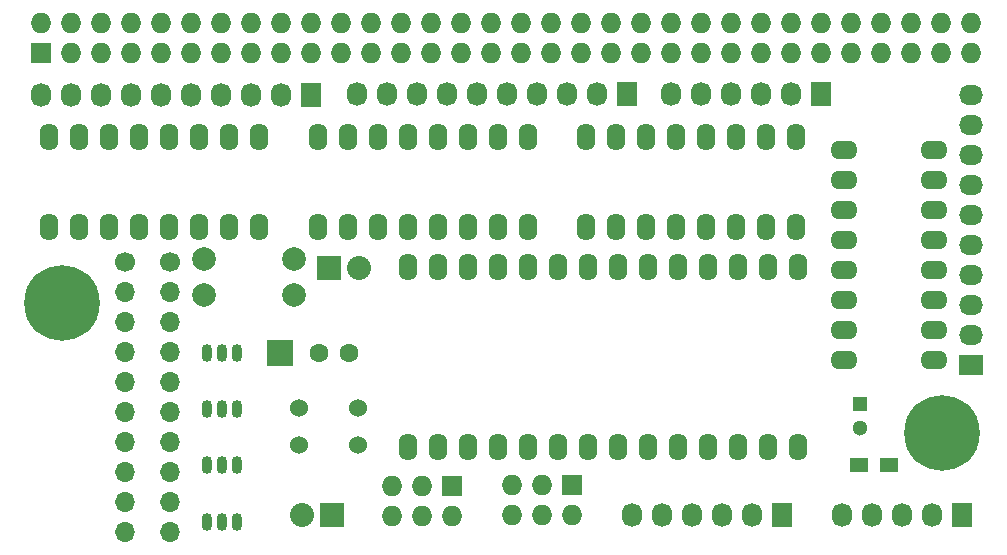
<source format=gts>
G04 #@! TF.FileFunction,Soldermask,Top*
%FSLAX46Y46*%
G04 Gerber Fmt 4.6, Leading zero omitted, Abs format (unit mm)*
G04 Created by KiCad (PCBNEW 4.0.4-stable) date 01/15/17 13:01:21*
%MOMM*%
%LPD*%
G01*
G04 APERTURE LIST*
%ADD10C,0.100000*%
%ADD11O,1.600000X2.300000*%
%ADD12R,1.727200X1.727200*%
%ADD13O,1.727200X1.727200*%
%ADD14R,2.032000X2.032000*%
%ADD15O,2.032000X2.032000*%
%ADD16R,1.727200X2.032000*%
%ADD17O,1.727200X2.032000*%
%ADD18R,2.235200X2.235200*%
%ADD19O,0.899160X1.501140*%
%ADD20R,2.032000X1.727200*%
%ADD21O,2.032000X1.727200*%
%ADD22O,2.300000X1.600000*%
%ADD23R,1.300000X1.300000*%
%ADD24C,1.300000*%
%ADD25C,1.524000*%
%ADD26C,1.998980*%
%ADD27C,6.400000*%
%ADD28R,1.500000X1.250000*%
%ADD29C,1.700000*%
%ADD30O,1.700000X1.700000*%
%ADD31C,1.600000*%
G04 APERTURE END LIST*
D10*
D11*
X210700000Y-134900000D03*
X213240000Y-134900000D03*
X215780000Y-134900000D03*
X218320000Y-134900000D03*
X220860000Y-134900000D03*
X223400000Y-134900000D03*
X225940000Y-134900000D03*
X228480000Y-134900000D03*
X231020000Y-134900000D03*
X233560000Y-134900000D03*
X236100000Y-134900000D03*
X238640000Y-134900000D03*
X241180000Y-134900000D03*
X243720000Y-134900000D03*
X243720000Y-119660000D03*
X241180000Y-119660000D03*
X238640000Y-119660000D03*
X236100000Y-119660000D03*
X233560000Y-119660000D03*
X231020000Y-119660000D03*
X228480000Y-119660000D03*
X225940000Y-119660000D03*
X223400000Y-119660000D03*
X220860000Y-119660000D03*
X218320000Y-119660000D03*
X215780000Y-119660000D03*
X213240000Y-119660000D03*
X210700000Y-119660000D03*
D12*
X179600000Y-101600000D03*
D13*
X179600000Y-99060000D03*
X182140000Y-101600000D03*
X182140000Y-99060000D03*
X184680000Y-101600000D03*
X184680000Y-99060000D03*
X187220000Y-101600000D03*
X187220000Y-99060000D03*
X189760000Y-101600000D03*
X189760000Y-99060000D03*
X192300000Y-101600000D03*
X192300000Y-99060000D03*
X194840000Y-101600000D03*
X194840000Y-99060000D03*
X197380000Y-101600000D03*
X197380000Y-99060000D03*
X199920000Y-101600000D03*
X199920000Y-99060000D03*
X202460000Y-101600000D03*
X202460000Y-99060000D03*
X205000000Y-101600000D03*
X205000000Y-99060000D03*
X207540000Y-101600000D03*
X207540000Y-99060000D03*
X210080000Y-101600000D03*
X210080000Y-99060000D03*
X212620000Y-101600000D03*
X212620000Y-99060000D03*
X215160000Y-101600000D03*
X215160000Y-99060000D03*
X217700000Y-101600000D03*
X217700000Y-99060000D03*
X220240000Y-101600000D03*
X220240000Y-99060000D03*
X222780000Y-101600000D03*
X222780000Y-99060000D03*
X225320000Y-101600000D03*
X225320000Y-99060000D03*
X227860000Y-101600000D03*
X227860000Y-99060000D03*
X230400000Y-101600000D03*
X230400000Y-99060000D03*
X232940000Y-101600000D03*
X232940000Y-99060000D03*
X235480000Y-101600000D03*
X235480000Y-99060000D03*
X238020000Y-101600000D03*
X238020000Y-99060000D03*
X240560000Y-101600000D03*
X240560000Y-99060000D03*
X243100000Y-101600000D03*
X243100000Y-99060000D03*
X245640000Y-101600000D03*
X245640000Y-99060000D03*
X248180000Y-101600000D03*
X248180000Y-99060000D03*
X250720000Y-101600000D03*
X250720000Y-99060000D03*
X253260000Y-101600000D03*
X253260000Y-99060000D03*
X255800000Y-101600000D03*
X255800000Y-99060000D03*
X258340000Y-101600000D03*
X258340000Y-99060000D03*
D14*
X204216000Y-140716000D03*
D15*
X201676000Y-140716000D03*
D16*
X242316000Y-140716000D03*
D17*
X239776000Y-140716000D03*
X237236000Y-140716000D03*
X234696000Y-140716000D03*
X232156000Y-140716000D03*
X229616000Y-140716000D03*
D12*
X214400000Y-138200000D03*
D13*
X214400000Y-140740000D03*
X211860000Y-138200000D03*
X211860000Y-140740000D03*
X209320000Y-138200000D03*
X209320000Y-140740000D03*
D18*
X199850000Y-126950000D03*
D12*
X224536000Y-138176000D03*
D13*
X224536000Y-140716000D03*
X221996000Y-138176000D03*
X221996000Y-140716000D03*
X219456000Y-138176000D03*
X219456000Y-140716000D03*
D16*
X257556000Y-140716000D03*
D17*
X255016000Y-140716000D03*
X252476000Y-140716000D03*
X249936000Y-140716000D03*
X247396000Y-140716000D03*
D19*
X194980000Y-127000000D03*
X193710000Y-127000000D03*
X196250000Y-127000000D03*
X194980000Y-131750000D03*
X193710000Y-131750000D03*
X196250000Y-131750000D03*
X194980000Y-136500000D03*
X193710000Y-136500000D03*
X196250000Y-136500000D03*
X194980000Y-141250000D03*
X193710000Y-141250000D03*
X196250000Y-141250000D03*
D16*
X229250000Y-105080000D03*
D17*
X226710000Y-105080000D03*
X224170000Y-105080000D03*
X221630000Y-105080000D03*
X219090000Y-105080000D03*
X216550000Y-105080000D03*
X214010000Y-105080000D03*
X211470000Y-105080000D03*
X208930000Y-105080000D03*
X206390000Y-105080000D03*
D16*
X202500000Y-105100000D03*
D17*
X199960000Y-105100000D03*
X197420000Y-105100000D03*
X194880000Y-105100000D03*
X192340000Y-105100000D03*
X189800000Y-105100000D03*
X187260000Y-105100000D03*
X184720000Y-105100000D03*
X182180000Y-105100000D03*
X179640000Y-105100000D03*
D20*
X258400000Y-128000000D03*
D21*
X258400000Y-125460000D03*
X258400000Y-122920000D03*
X258400000Y-120380000D03*
X258400000Y-117840000D03*
X258400000Y-115300000D03*
X258400000Y-112760000D03*
X258400000Y-110220000D03*
X258400000Y-107680000D03*
X258400000Y-105140000D03*
D16*
X245700000Y-105080000D03*
D17*
X243160000Y-105080000D03*
X240620000Y-105080000D03*
X238080000Y-105080000D03*
X235540000Y-105080000D03*
X233000000Y-105080000D03*
D11*
X203100000Y-116300000D03*
X205640000Y-116300000D03*
X208180000Y-116300000D03*
X210720000Y-116300000D03*
X213260000Y-116300000D03*
X215800000Y-116300000D03*
X218340000Y-116300000D03*
X220880000Y-116300000D03*
X220880000Y-108680000D03*
X218340000Y-108680000D03*
X215800000Y-108680000D03*
X213260000Y-108680000D03*
X210720000Y-108680000D03*
X208180000Y-108680000D03*
X205640000Y-108680000D03*
X203100000Y-108680000D03*
X180300000Y-116300000D03*
X182840000Y-116300000D03*
X185380000Y-116300000D03*
X187920000Y-116300000D03*
X190460000Y-116300000D03*
X193000000Y-116300000D03*
X195540000Y-116300000D03*
X198080000Y-116300000D03*
X198080000Y-108680000D03*
X195540000Y-108680000D03*
X193000000Y-108680000D03*
X190460000Y-108680000D03*
X187920000Y-108680000D03*
X185380000Y-108680000D03*
X182840000Y-108680000D03*
X180300000Y-108680000D03*
X225800000Y-116300000D03*
X228340000Y-116300000D03*
X230880000Y-116300000D03*
X233420000Y-116300000D03*
X235960000Y-116300000D03*
X238500000Y-116300000D03*
X241040000Y-116300000D03*
X243580000Y-116300000D03*
X243580000Y-108680000D03*
X241040000Y-108680000D03*
X238500000Y-108680000D03*
X235960000Y-108680000D03*
X233420000Y-108680000D03*
X230880000Y-108680000D03*
X228340000Y-108680000D03*
X225800000Y-108680000D03*
D22*
X247600000Y-109800000D03*
X247600000Y-112340000D03*
X247600000Y-114880000D03*
X247600000Y-117420000D03*
X247600000Y-119960000D03*
X247600000Y-122500000D03*
X247600000Y-125040000D03*
X247600000Y-127580000D03*
X255220000Y-127580000D03*
X255220000Y-125040000D03*
X255220000Y-122500000D03*
X255220000Y-119960000D03*
X255220000Y-117420000D03*
X255220000Y-114880000D03*
X255220000Y-112340000D03*
X255220000Y-109800000D03*
D23*
X248950000Y-131325000D03*
D24*
X248950000Y-133325000D03*
D25*
X206500000Y-134750000D03*
X201500000Y-134750000D03*
X201500000Y-131600000D03*
X206500000Y-131600000D03*
D26*
X201000000Y-119000000D03*
X193380000Y-119000000D03*
D27*
X181380000Y-122720000D03*
X255870000Y-133720000D03*
D14*
X204000000Y-119750000D03*
D15*
X206540000Y-119750000D03*
D28*
X248875000Y-136450000D03*
X251375000Y-136450000D03*
D26*
X201000000Y-122100000D03*
X193380000Y-122100000D03*
D29*
X186750000Y-119250000D03*
D30*
X186750000Y-121790000D03*
X186750000Y-124330000D03*
X186750000Y-126870000D03*
X186750000Y-129410000D03*
X186750000Y-131950000D03*
X186750000Y-134490000D03*
X186750000Y-137030000D03*
X186750000Y-139570000D03*
X186750000Y-142110000D03*
D29*
X190500000Y-119250000D03*
D30*
X190500000Y-121790000D03*
X190500000Y-124330000D03*
X190500000Y-126870000D03*
X190500000Y-129410000D03*
X190500000Y-131950000D03*
X190500000Y-134490000D03*
X190500000Y-137030000D03*
X190500000Y-139570000D03*
X190500000Y-142110000D03*
D31*
X205663800Y-127000000D03*
X203163800Y-127000000D03*
M02*

</source>
